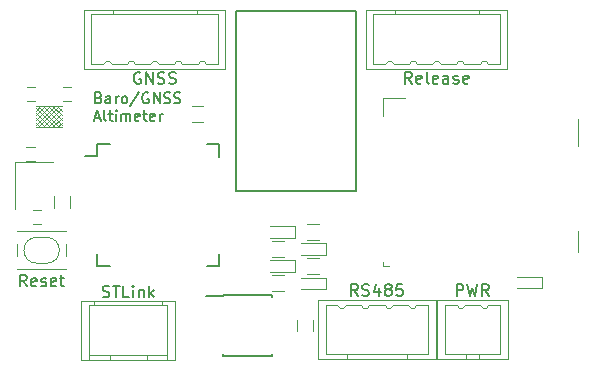
<source format=gto>
G04 #@! TF.GenerationSoftware,KiCad,Pcbnew,(5.0.0)*
G04 #@! TF.CreationDate,2018-08-29T03:19:58+09:00*
G04 #@! TF.ProjectId,Altimeter,416C74696D657465722E6B696361645F,rev?*
G04 #@! TF.SameCoordinates,Original*
G04 #@! TF.FileFunction,Legend,Top*
G04 #@! TF.FilePolarity,Positive*
%FSLAX46Y46*%
G04 Gerber Fmt 4.6, Leading zero omitted, Abs format (unit mm)*
G04 Created by KiCad (PCBNEW (5.0.0)) date 08/29/18 03:19:58*
%MOMM*%
%LPD*%
G01*
G04 APERTURE LIST*
%ADD10C,0.150000*%
%ADD11C,0.100000*%
%ADD12C,0.120000*%
%ADD13C,0.050000*%
G04 APERTURE END LIST*
D10*
X133339785Y-77659214D02*
X133468357Y-77702071D01*
X133511214Y-77744928D01*
X133554071Y-77830642D01*
X133554071Y-77959214D01*
X133511214Y-78044928D01*
X133468357Y-78087785D01*
X133382642Y-78130642D01*
X133039785Y-78130642D01*
X133039785Y-77230642D01*
X133339785Y-77230642D01*
X133425500Y-77273500D01*
X133468357Y-77316357D01*
X133511214Y-77402071D01*
X133511214Y-77487785D01*
X133468357Y-77573500D01*
X133425500Y-77616357D01*
X133339785Y-77659214D01*
X133039785Y-77659214D01*
X134325500Y-78130642D02*
X134325500Y-77659214D01*
X134282642Y-77573500D01*
X134196928Y-77530642D01*
X134025500Y-77530642D01*
X133939785Y-77573500D01*
X134325500Y-78087785D02*
X134239785Y-78130642D01*
X134025500Y-78130642D01*
X133939785Y-78087785D01*
X133896928Y-78002071D01*
X133896928Y-77916357D01*
X133939785Y-77830642D01*
X134025500Y-77787785D01*
X134239785Y-77787785D01*
X134325500Y-77744928D01*
X134754071Y-78130642D02*
X134754071Y-77530642D01*
X134754071Y-77702071D02*
X134796928Y-77616357D01*
X134839785Y-77573500D01*
X134925500Y-77530642D01*
X135011214Y-77530642D01*
X135439785Y-78130642D02*
X135354071Y-78087785D01*
X135311214Y-78044928D01*
X135268357Y-77959214D01*
X135268357Y-77702071D01*
X135311214Y-77616357D01*
X135354071Y-77573500D01*
X135439785Y-77530642D01*
X135568357Y-77530642D01*
X135654071Y-77573500D01*
X135696928Y-77616357D01*
X135739785Y-77702071D01*
X135739785Y-77959214D01*
X135696928Y-78044928D01*
X135654071Y-78087785D01*
X135568357Y-78130642D01*
X135439785Y-78130642D01*
X136768357Y-77187785D02*
X135996928Y-78344928D01*
X137539785Y-77273500D02*
X137454071Y-77230642D01*
X137325500Y-77230642D01*
X137196928Y-77273500D01*
X137111214Y-77359214D01*
X137068357Y-77444928D01*
X137025500Y-77616357D01*
X137025500Y-77744928D01*
X137068357Y-77916357D01*
X137111214Y-78002071D01*
X137196928Y-78087785D01*
X137325500Y-78130642D01*
X137411214Y-78130642D01*
X137539785Y-78087785D01*
X137582642Y-78044928D01*
X137582642Y-77744928D01*
X137411214Y-77744928D01*
X137968357Y-78130642D02*
X137968357Y-77230642D01*
X138482642Y-78130642D01*
X138482642Y-77230642D01*
X138868357Y-78087785D02*
X138996928Y-78130642D01*
X139211214Y-78130642D01*
X139296928Y-78087785D01*
X139339785Y-78044928D01*
X139382642Y-77959214D01*
X139382642Y-77873500D01*
X139339785Y-77787785D01*
X139296928Y-77744928D01*
X139211214Y-77702071D01*
X139039785Y-77659214D01*
X138954071Y-77616357D01*
X138911214Y-77573500D01*
X138868357Y-77487785D01*
X138868357Y-77402071D01*
X138911214Y-77316357D01*
X138954071Y-77273500D01*
X139039785Y-77230642D01*
X139254071Y-77230642D01*
X139382642Y-77273500D01*
X139725500Y-78087785D02*
X139854071Y-78130642D01*
X140068357Y-78130642D01*
X140154071Y-78087785D01*
X140196928Y-78044928D01*
X140239785Y-77959214D01*
X140239785Y-77873500D01*
X140196928Y-77787785D01*
X140154071Y-77744928D01*
X140068357Y-77702071D01*
X139896928Y-77659214D01*
X139811214Y-77616357D01*
X139768357Y-77573500D01*
X139725500Y-77487785D01*
X139725500Y-77402071D01*
X139768357Y-77316357D01*
X139811214Y-77273500D01*
X139896928Y-77230642D01*
X140111214Y-77230642D01*
X140239785Y-77273500D01*
X132996928Y-79373500D02*
X133425500Y-79373500D01*
X132911214Y-79630642D02*
X133211214Y-78730642D01*
X133511214Y-79630642D01*
X133939785Y-79630642D02*
X133854071Y-79587785D01*
X133811214Y-79502071D01*
X133811214Y-78730642D01*
X134154071Y-79030642D02*
X134496928Y-79030642D01*
X134282642Y-78730642D02*
X134282642Y-79502071D01*
X134325500Y-79587785D01*
X134411214Y-79630642D01*
X134496928Y-79630642D01*
X134796928Y-79630642D02*
X134796928Y-79030642D01*
X134796928Y-78730642D02*
X134754071Y-78773500D01*
X134796928Y-78816357D01*
X134839785Y-78773500D01*
X134796928Y-78730642D01*
X134796928Y-78816357D01*
X135225500Y-79630642D02*
X135225500Y-79030642D01*
X135225500Y-79116357D02*
X135268357Y-79073500D01*
X135354071Y-79030642D01*
X135482642Y-79030642D01*
X135568357Y-79073500D01*
X135611214Y-79159214D01*
X135611214Y-79630642D01*
X135611214Y-79159214D02*
X135654071Y-79073500D01*
X135739785Y-79030642D01*
X135868357Y-79030642D01*
X135954071Y-79073500D01*
X135996928Y-79159214D01*
X135996928Y-79630642D01*
X136768357Y-79587785D02*
X136682642Y-79630642D01*
X136511214Y-79630642D01*
X136425500Y-79587785D01*
X136382642Y-79502071D01*
X136382642Y-79159214D01*
X136425500Y-79073500D01*
X136511214Y-79030642D01*
X136682642Y-79030642D01*
X136768357Y-79073500D01*
X136811214Y-79159214D01*
X136811214Y-79244928D01*
X136382642Y-79330642D01*
X137068357Y-79030642D02*
X137411214Y-79030642D01*
X137196928Y-78730642D02*
X137196928Y-79502071D01*
X137239785Y-79587785D01*
X137325500Y-79630642D01*
X137411214Y-79630642D01*
X138054071Y-79587785D02*
X137968357Y-79630642D01*
X137796928Y-79630642D01*
X137711214Y-79587785D01*
X137668357Y-79502071D01*
X137668357Y-79159214D01*
X137711214Y-79073500D01*
X137796928Y-79030642D01*
X137968357Y-79030642D01*
X138054071Y-79073500D01*
X138096928Y-79159214D01*
X138096928Y-79244928D01*
X137668357Y-79330642D01*
X138482642Y-79630642D02*
X138482642Y-79030642D01*
X138482642Y-79202071D02*
X138525500Y-79116357D01*
X138568357Y-79073500D01*
X138654071Y-79030642D01*
X138739785Y-79030642D01*
X127222704Y-93645180D02*
X126889371Y-93168990D01*
X126651276Y-93645180D02*
X126651276Y-92645180D01*
X127032228Y-92645180D01*
X127127466Y-92692800D01*
X127175085Y-92740419D01*
X127222704Y-92835657D01*
X127222704Y-92978514D01*
X127175085Y-93073752D01*
X127127466Y-93121371D01*
X127032228Y-93168990D01*
X126651276Y-93168990D01*
X128032228Y-93597561D02*
X127936990Y-93645180D01*
X127746514Y-93645180D01*
X127651276Y-93597561D01*
X127603657Y-93502323D01*
X127603657Y-93121371D01*
X127651276Y-93026133D01*
X127746514Y-92978514D01*
X127936990Y-92978514D01*
X128032228Y-93026133D01*
X128079847Y-93121371D01*
X128079847Y-93216609D01*
X127603657Y-93311847D01*
X128460800Y-93597561D02*
X128556038Y-93645180D01*
X128746514Y-93645180D01*
X128841752Y-93597561D01*
X128889371Y-93502323D01*
X128889371Y-93454704D01*
X128841752Y-93359466D01*
X128746514Y-93311847D01*
X128603657Y-93311847D01*
X128508419Y-93264228D01*
X128460800Y-93168990D01*
X128460800Y-93121371D01*
X128508419Y-93026133D01*
X128603657Y-92978514D01*
X128746514Y-92978514D01*
X128841752Y-93026133D01*
X129698895Y-93597561D02*
X129603657Y-93645180D01*
X129413180Y-93645180D01*
X129317942Y-93597561D01*
X129270323Y-93502323D01*
X129270323Y-93121371D01*
X129317942Y-93026133D01*
X129413180Y-92978514D01*
X129603657Y-92978514D01*
X129698895Y-93026133D01*
X129746514Y-93121371D01*
X129746514Y-93216609D01*
X129270323Y-93311847D01*
X130032228Y-92978514D02*
X130413180Y-92978514D01*
X130175085Y-92645180D02*
X130175085Y-93502323D01*
X130222704Y-93597561D01*
X130317942Y-93645180D01*
X130413180Y-93645180D01*
X159842761Y-76474780D02*
X159509428Y-75998590D01*
X159271333Y-76474780D02*
X159271333Y-75474780D01*
X159652285Y-75474780D01*
X159747523Y-75522400D01*
X159795142Y-75570019D01*
X159842761Y-75665257D01*
X159842761Y-75808114D01*
X159795142Y-75903352D01*
X159747523Y-75950971D01*
X159652285Y-75998590D01*
X159271333Y-75998590D01*
X160652285Y-76427161D02*
X160557047Y-76474780D01*
X160366571Y-76474780D01*
X160271333Y-76427161D01*
X160223714Y-76331923D01*
X160223714Y-75950971D01*
X160271333Y-75855733D01*
X160366571Y-75808114D01*
X160557047Y-75808114D01*
X160652285Y-75855733D01*
X160699904Y-75950971D01*
X160699904Y-76046209D01*
X160223714Y-76141447D01*
X161271333Y-76474780D02*
X161176095Y-76427161D01*
X161128476Y-76331923D01*
X161128476Y-75474780D01*
X162033238Y-76427161D02*
X161938000Y-76474780D01*
X161747523Y-76474780D01*
X161652285Y-76427161D01*
X161604666Y-76331923D01*
X161604666Y-75950971D01*
X161652285Y-75855733D01*
X161747523Y-75808114D01*
X161938000Y-75808114D01*
X162033238Y-75855733D01*
X162080857Y-75950971D01*
X162080857Y-76046209D01*
X161604666Y-76141447D01*
X162938000Y-76474780D02*
X162938000Y-75950971D01*
X162890380Y-75855733D01*
X162795142Y-75808114D01*
X162604666Y-75808114D01*
X162509428Y-75855733D01*
X162938000Y-76427161D02*
X162842761Y-76474780D01*
X162604666Y-76474780D01*
X162509428Y-76427161D01*
X162461809Y-76331923D01*
X162461809Y-76236685D01*
X162509428Y-76141447D01*
X162604666Y-76093828D01*
X162842761Y-76093828D01*
X162938000Y-76046209D01*
X163366571Y-76427161D02*
X163461809Y-76474780D01*
X163652285Y-76474780D01*
X163747523Y-76427161D01*
X163795142Y-76331923D01*
X163795142Y-76284304D01*
X163747523Y-76189066D01*
X163652285Y-76141447D01*
X163509428Y-76141447D01*
X163414190Y-76093828D01*
X163366571Y-75998590D01*
X163366571Y-75950971D01*
X163414190Y-75855733D01*
X163509428Y-75808114D01*
X163652285Y-75808114D01*
X163747523Y-75855733D01*
X164604666Y-76427161D02*
X164509428Y-76474780D01*
X164318952Y-76474780D01*
X164223714Y-76427161D01*
X164176095Y-76331923D01*
X164176095Y-75950971D01*
X164223714Y-75855733D01*
X164318952Y-75808114D01*
X164509428Y-75808114D01*
X164604666Y-75855733D01*
X164652285Y-75950971D01*
X164652285Y-76046209D01*
X164176095Y-76141447D01*
X163627266Y-94457980D02*
X163627266Y-93457980D01*
X164008219Y-93457980D01*
X164103457Y-93505600D01*
X164151076Y-93553219D01*
X164198695Y-93648457D01*
X164198695Y-93791314D01*
X164151076Y-93886552D01*
X164103457Y-93934171D01*
X164008219Y-93981790D01*
X163627266Y-93981790D01*
X164532028Y-93457980D02*
X164770123Y-94457980D01*
X164960600Y-93743695D01*
X165151076Y-94457980D01*
X165389171Y-93457980D01*
X166341552Y-94457980D02*
X166008219Y-93981790D01*
X165770123Y-94457980D02*
X165770123Y-93457980D01*
X166151076Y-93457980D01*
X166246314Y-93505600D01*
X166293933Y-93553219D01*
X166341552Y-93648457D01*
X166341552Y-93791314D01*
X166293933Y-93886552D01*
X166246314Y-93934171D01*
X166151076Y-93981790D01*
X165770123Y-93981790D01*
X133660133Y-94537361D02*
X133802990Y-94584980D01*
X134041085Y-94584980D01*
X134136323Y-94537361D01*
X134183942Y-94489742D01*
X134231561Y-94394504D01*
X134231561Y-94299266D01*
X134183942Y-94204028D01*
X134136323Y-94156409D01*
X134041085Y-94108790D01*
X133850609Y-94061171D01*
X133755371Y-94013552D01*
X133707752Y-93965933D01*
X133660133Y-93870695D01*
X133660133Y-93775457D01*
X133707752Y-93680219D01*
X133755371Y-93632600D01*
X133850609Y-93584980D01*
X134088704Y-93584980D01*
X134231561Y-93632600D01*
X134517276Y-93584980D02*
X135088704Y-93584980D01*
X134802990Y-94584980D02*
X134802990Y-93584980D01*
X135898228Y-94584980D02*
X135422038Y-94584980D01*
X135422038Y-93584980D01*
X136231561Y-94584980D02*
X136231561Y-93918314D01*
X136231561Y-93584980D02*
X136183942Y-93632600D01*
X136231561Y-93680219D01*
X136279180Y-93632600D01*
X136231561Y-93584980D01*
X136231561Y-93680219D01*
X136707752Y-93918314D02*
X136707752Y-94584980D01*
X136707752Y-94013552D02*
X136755371Y-93965933D01*
X136850609Y-93918314D01*
X136993466Y-93918314D01*
X137088704Y-93965933D01*
X137136323Y-94061171D01*
X137136323Y-94584980D01*
X137612514Y-94584980D02*
X137612514Y-93584980D01*
X137707752Y-94204028D02*
X137993466Y-94584980D01*
X137993466Y-93918314D02*
X137612514Y-94299266D01*
X155262761Y-94457980D02*
X154929428Y-93981790D01*
X154691333Y-94457980D02*
X154691333Y-93457980D01*
X155072285Y-93457980D01*
X155167523Y-93505600D01*
X155215142Y-93553219D01*
X155262761Y-93648457D01*
X155262761Y-93791314D01*
X155215142Y-93886552D01*
X155167523Y-93934171D01*
X155072285Y-93981790D01*
X154691333Y-93981790D01*
X155643714Y-94410361D02*
X155786571Y-94457980D01*
X156024666Y-94457980D01*
X156119904Y-94410361D01*
X156167523Y-94362742D01*
X156215142Y-94267504D01*
X156215142Y-94172266D01*
X156167523Y-94077028D01*
X156119904Y-94029409D01*
X156024666Y-93981790D01*
X155834190Y-93934171D01*
X155738952Y-93886552D01*
X155691333Y-93838933D01*
X155643714Y-93743695D01*
X155643714Y-93648457D01*
X155691333Y-93553219D01*
X155738952Y-93505600D01*
X155834190Y-93457980D01*
X156072285Y-93457980D01*
X156215142Y-93505600D01*
X157072285Y-93791314D02*
X157072285Y-94457980D01*
X156834190Y-93410361D02*
X156596095Y-94124647D01*
X157215142Y-94124647D01*
X157738952Y-93886552D02*
X157643714Y-93838933D01*
X157596095Y-93791314D01*
X157548476Y-93696076D01*
X157548476Y-93648457D01*
X157596095Y-93553219D01*
X157643714Y-93505600D01*
X157738952Y-93457980D01*
X157929428Y-93457980D01*
X158024666Y-93505600D01*
X158072285Y-93553219D01*
X158119904Y-93648457D01*
X158119904Y-93696076D01*
X158072285Y-93791314D01*
X158024666Y-93838933D01*
X157929428Y-93886552D01*
X157738952Y-93886552D01*
X157643714Y-93934171D01*
X157596095Y-93981790D01*
X157548476Y-94077028D01*
X157548476Y-94267504D01*
X157596095Y-94362742D01*
X157643714Y-94410361D01*
X157738952Y-94457980D01*
X157929428Y-94457980D01*
X158024666Y-94410361D01*
X158072285Y-94362742D01*
X158119904Y-94267504D01*
X158119904Y-94077028D01*
X158072285Y-93981790D01*
X158024666Y-93934171D01*
X157929428Y-93886552D01*
X159024666Y-93457980D02*
X158548476Y-93457980D01*
X158500857Y-93934171D01*
X158548476Y-93886552D01*
X158643714Y-93838933D01*
X158881809Y-93838933D01*
X158977047Y-93886552D01*
X159024666Y-93934171D01*
X159072285Y-94029409D01*
X159072285Y-94267504D01*
X159024666Y-94362742D01*
X158977047Y-94410361D01*
X158881809Y-94457980D01*
X158643714Y-94457980D01*
X158548476Y-94410361D01*
X158500857Y-94362742D01*
X136847714Y-75547800D02*
X136752476Y-75500180D01*
X136609619Y-75500180D01*
X136466761Y-75547800D01*
X136371523Y-75643038D01*
X136323904Y-75738276D01*
X136276285Y-75928752D01*
X136276285Y-76071609D01*
X136323904Y-76262085D01*
X136371523Y-76357323D01*
X136466761Y-76452561D01*
X136609619Y-76500180D01*
X136704857Y-76500180D01*
X136847714Y-76452561D01*
X136895333Y-76404942D01*
X136895333Y-76071609D01*
X136704857Y-76071609D01*
X137323904Y-76500180D02*
X137323904Y-75500180D01*
X137895333Y-76500180D01*
X137895333Y-75500180D01*
X138323904Y-76452561D02*
X138466761Y-76500180D01*
X138704857Y-76500180D01*
X138800095Y-76452561D01*
X138847714Y-76404942D01*
X138895333Y-76309704D01*
X138895333Y-76214466D01*
X138847714Y-76119228D01*
X138800095Y-76071609D01*
X138704857Y-76023990D01*
X138514380Y-75976371D01*
X138419142Y-75928752D01*
X138371523Y-75881133D01*
X138323904Y-75785895D01*
X138323904Y-75690657D01*
X138371523Y-75595419D01*
X138419142Y-75547800D01*
X138514380Y-75500180D01*
X138752476Y-75500180D01*
X138895333Y-75547800D01*
X139276285Y-76452561D02*
X139419142Y-76500180D01*
X139657238Y-76500180D01*
X139752476Y-76452561D01*
X139800095Y-76404942D01*
X139847714Y-76309704D01*
X139847714Y-76214466D01*
X139800095Y-76119228D01*
X139752476Y-76071609D01*
X139657238Y-76023990D01*
X139466761Y-75976371D01*
X139371523Y-75928752D01*
X139323904Y-75881133D01*
X139276285Y-75785895D01*
X139276285Y-75690657D01*
X139323904Y-75595419D01*
X139371523Y-75547800D01*
X139466761Y-75500180D01*
X139704857Y-75500180D01*
X139847714Y-75547800D01*
G04 #@! TO.C,U2*
X155080000Y-85585500D02*
X144920000Y-85585500D01*
X144920000Y-85585500D02*
X144920000Y-70345500D01*
X144920000Y-70345500D02*
X155080000Y-70345500D01*
X155080000Y-70345500D02*
X155080000Y-85585500D01*
D11*
G04 #@! TO.C,J2*
X138726800Y-95249000D02*
X138726800Y-94849000D01*
X132926800Y-95249000D02*
X132926800Y-94849000D01*
X132526800Y-95249000D02*
X139126800Y-95249000D01*
X131826800Y-94849000D02*
X139826800Y-94849000D01*
X131826800Y-99849000D02*
X131826800Y-94849000D01*
X131826800Y-99849000D02*
X139826800Y-99849000D01*
X139826800Y-99849000D02*
X139826800Y-94849000D01*
X132526800Y-95249000D02*
X132526800Y-99849000D01*
X139126800Y-99849000D02*
X139126800Y-95249000D01*
X132526800Y-99449000D02*
X139126800Y-99449000D01*
X137376800Y-99449000D02*
X137376800Y-99849000D01*
X134276800Y-99449000D02*
X134276800Y-99849000D01*
D12*
G04 #@! TO.C,R13*
X151442000Y-96452000D02*
X151442000Y-97452000D01*
X150082000Y-97452000D02*
X150082000Y-96452000D01*
G04 #@! TO.C,C11*
X127209800Y-81848600D02*
X127909800Y-81848600D01*
X127909800Y-83048600D02*
X127209800Y-83048600D01*
G04 #@! TO.C,C12*
X127741800Y-87182600D02*
X128441800Y-87182600D01*
X128441800Y-88382600D02*
X127741800Y-88382600D01*
G04 #@! TO.C,C13*
X130981801Y-77968600D02*
X130281801Y-77968600D01*
X130281801Y-76768600D02*
X130981801Y-76768600D01*
G04 #@! TO.C,C14*
X127921800Y-77968600D02*
X127221800Y-77968600D01*
X127221800Y-76768600D02*
X127921800Y-76768600D01*
G04 #@! TO.C,D1*
X170870400Y-93819600D02*
X168770400Y-93819600D01*
X170870400Y-92819600D02*
X168770400Y-92819600D01*
X170870400Y-93819600D02*
X170870400Y-92819600D01*
G04 #@! TO.C,D2*
X152570000Y-93896000D02*
X152570000Y-92896000D01*
X152570000Y-92896000D02*
X150470000Y-92896000D01*
X152570000Y-93896000D02*
X150470000Y-93896000D01*
G04 #@! TO.C,D3*
X149966500Y-92435500D02*
X147866500Y-92435500D01*
X149966500Y-91435500D02*
X147866500Y-91435500D01*
X149966500Y-92435500D02*
X149966500Y-91435500D01*
G04 #@! TO.C,D4*
X152570000Y-90975000D02*
X150470000Y-90975000D01*
X152570000Y-89975000D02*
X150470000Y-89975000D01*
X152570000Y-90975000D02*
X152570000Y-89975000D01*
G04 #@! TO.C,D5*
X149966500Y-89514500D02*
X149966500Y-88514500D01*
X149966500Y-88514500D02*
X147866500Y-88514500D01*
X149966500Y-89514500D02*
X147866500Y-89514500D01*
D11*
G04 #@! TO.C,J1*
X164426600Y-99412500D02*
X164426600Y-99812500D01*
X165526600Y-99812500D02*
X165526600Y-99412500D01*
X165626600Y-95212500D02*
X165826600Y-95462500D01*
X165826600Y-95462500D02*
X166126600Y-95462500D01*
X166126600Y-95462500D02*
X166326600Y-95212500D01*
X163626600Y-95212500D02*
X163826600Y-95462500D01*
X163826600Y-95462500D02*
X164126600Y-95462500D01*
X164126600Y-95462500D02*
X164326600Y-95212500D01*
X167326600Y-95212500D02*
X166326600Y-95212500D01*
X165626600Y-95212500D02*
X164326600Y-95212500D01*
X163626600Y-95212500D02*
X162626600Y-95212500D01*
X162626600Y-99412500D02*
X167326600Y-99412500D01*
X167326600Y-99412500D02*
X167326600Y-95212500D01*
X162626600Y-95212500D02*
X162626600Y-99412500D01*
X167976600Y-99812500D02*
X167976600Y-94812500D01*
X161976600Y-99812500D02*
X167976600Y-99812500D01*
X161976600Y-99812500D02*
X161976600Y-94812500D01*
X161976600Y-94812500D02*
X167976600Y-94812500D01*
G04 #@! TO.C,J4*
X140412500Y-74815500D02*
X141712500Y-74815500D01*
X141912500Y-74565500D02*
X141712500Y-74815500D01*
X142412500Y-74815500D02*
X142212500Y-74565500D01*
X142212500Y-74565500D02*
X141912500Y-74565500D01*
X140412500Y-74815500D02*
X140212500Y-74565500D01*
X140212500Y-74565500D02*
X139912500Y-74565500D01*
X139912500Y-74565500D02*
X139712500Y-74815500D01*
X138412500Y-74815500D02*
X139712500Y-74815500D01*
X137912500Y-74565500D02*
X137712500Y-74815500D01*
X136412500Y-74815500D02*
X137712500Y-74815500D01*
X138212500Y-74565500D02*
X137912500Y-74565500D01*
X138412500Y-74815500D02*
X138212500Y-74565500D01*
X144062500Y-75215500D02*
X132062500Y-75215500D01*
X144062500Y-70215500D02*
X144062500Y-75215500D01*
X144062500Y-70215500D02*
X132062500Y-70215500D01*
X132062500Y-70215500D02*
X132062500Y-75215500D01*
X143412500Y-74815500D02*
X143412500Y-70615500D01*
X132712500Y-70615500D02*
X132712500Y-74815500D01*
X143412500Y-70615500D02*
X132712500Y-70615500D01*
X142412500Y-74815500D02*
X143412500Y-74815500D01*
X134412500Y-74815500D02*
X135712500Y-74815500D01*
X132712500Y-74815500D02*
X133712500Y-74815500D01*
X135912500Y-74565500D02*
X135712500Y-74815500D01*
X136212500Y-74565500D02*
X135912500Y-74565500D01*
X136412500Y-74815500D02*
X136212500Y-74565500D01*
X133912500Y-74565500D02*
X133712500Y-74815500D01*
X134212500Y-74565500D02*
X133912500Y-74565500D01*
X134412500Y-74815500D02*
X134212500Y-74565500D01*
X134512500Y-70615500D02*
X134512500Y-70215500D01*
X141612500Y-70615500D02*
X141612500Y-70215500D01*
G04 #@! TO.C,J5*
X154330600Y-99412500D02*
X154330600Y-99812500D01*
X159430600Y-99412500D02*
X159430600Y-99812500D01*
X159530600Y-95212500D02*
X159730600Y-95462500D01*
X159730600Y-95462500D02*
X160030600Y-95462500D01*
X160030600Y-95462500D02*
X160230600Y-95212500D01*
X157530600Y-95212500D02*
X157730600Y-95462500D01*
X157730600Y-95462500D02*
X158030600Y-95462500D01*
X158030600Y-95462500D02*
X158230600Y-95212500D01*
X161230600Y-95212500D02*
X160230600Y-95212500D01*
X159530600Y-95212500D02*
X158230600Y-95212500D01*
X153530600Y-95212500D02*
X152530600Y-95212500D01*
X152530600Y-99412500D02*
X161230600Y-99412500D01*
X161230600Y-99412500D02*
X161230600Y-95212500D01*
X152530600Y-95212500D02*
X152530600Y-99412500D01*
X161880600Y-99812500D02*
X161880600Y-94812500D01*
X151880600Y-99812500D02*
X161880600Y-99812500D01*
X151880600Y-99812500D02*
X151880600Y-94812500D01*
X151880600Y-94812500D02*
X161880600Y-94812500D01*
X155530600Y-95212500D02*
X155730600Y-95462500D01*
X155730600Y-95462500D02*
X156030600Y-95462500D01*
X157530600Y-95212500D02*
X156230600Y-95212500D01*
X156030600Y-95462500D02*
X156230600Y-95212500D01*
X155530600Y-95212500D02*
X154230600Y-95212500D01*
X154030600Y-95462500D02*
X154230600Y-95212500D01*
X153730600Y-95462500D02*
X154030600Y-95462500D01*
X153530600Y-95212500D02*
X153730600Y-95462500D01*
D12*
G04 #@! TO.C,R2*
X147976000Y-92716000D02*
X148976000Y-92716000D01*
X148976000Y-94076000D02*
X147976000Y-94076000D01*
G04 #@! TO.C,R3*
X151960500Y-92615500D02*
X150960500Y-92615500D01*
X150960500Y-91255500D02*
X151960500Y-91255500D01*
G04 #@! TO.C,R4*
X147976000Y-89795000D02*
X148976000Y-89795000D01*
X148976000Y-91155000D02*
X147976000Y-91155000D01*
G04 #@! TO.C,R5*
X151960500Y-89694500D02*
X150960500Y-89694500D01*
X150960500Y-88334500D02*
X151960500Y-88334500D01*
G04 #@! TO.C,R6*
X130918800Y-86012600D02*
X130918800Y-87012600D01*
X129558800Y-87012600D02*
X129558800Y-86012600D01*
G04 #@! TO.C,R12*
X142193500Y-79725000D02*
X141193500Y-79725000D01*
X141193500Y-78365000D02*
X142193500Y-78365000D01*
D11*
G04 #@! TO.C,SW1*
X130598600Y-91089100D02*
X130598600Y-90089100D01*
X126398600Y-91089100D02*
X126398600Y-90089100D01*
X128898600Y-89489100D02*
X128098600Y-89489100D01*
X128098600Y-91689100D02*
X128898600Y-91689100D01*
X128898600Y-89489100D02*
G75*
G02X128898600Y-91689100I0J-1100000D01*
G01*
X128098600Y-91689100D02*
G75*
G02X128098600Y-89489100I0J1100000D01*
G01*
X130598600Y-88989100D02*
X126398600Y-88989100D01*
X126398600Y-92189100D02*
X130598600Y-92189100D01*
D10*
G04 #@! TO.C,U1*
X133191800Y-82591600D02*
X132166800Y-82591600D01*
X143541800Y-81591600D02*
X142466800Y-81591600D01*
X143541800Y-91941600D02*
X142466800Y-91941600D01*
X133191800Y-91941600D02*
X134266800Y-91941600D01*
X133191800Y-81591600D02*
X134266800Y-81591600D01*
X133191800Y-91941600D02*
X133191800Y-90866600D01*
X143541800Y-91941600D02*
X143541800Y-90866600D01*
X143541800Y-81591600D02*
X143541800Y-82666600D01*
X133191800Y-81591600D02*
X133191800Y-82591600D01*
G04 #@! TO.C,U3*
X143810200Y-94427000D02*
X142410200Y-94427000D01*
X143810200Y-99527000D02*
X147960200Y-99527000D01*
X143810200Y-94377000D02*
X147960200Y-94377000D01*
X143810200Y-99527000D02*
X143810200Y-99382000D01*
X147960200Y-99527000D02*
X147960200Y-99382000D01*
X147960200Y-94377000D02*
X147960200Y-94522000D01*
X143810200Y-94377000D02*
X143810200Y-94427000D01*
D12*
G04 #@! TO.C,Y1*
X126225800Y-83115600D02*
X126225800Y-87115600D01*
X129425800Y-83115600D02*
X126225800Y-83115600D01*
D13*
G04 #@! TO.C,Y2*
X130195800Y-79173600D02*
X129395800Y-78373600D01*
X130195800Y-79573600D02*
X128995800Y-78373600D01*
X130195800Y-78773600D02*
X129795800Y-78373600D01*
X129195800Y-80173600D02*
X127995800Y-78973600D01*
X128395800Y-80173600D02*
X127995800Y-79773600D01*
X128795800Y-80173600D02*
X127995800Y-79373600D01*
X130195800Y-79973600D02*
X128595800Y-78373600D01*
X129995800Y-80173600D02*
X128195800Y-78373600D01*
X129595800Y-80173600D02*
X127995800Y-78573600D01*
X127995800Y-78773600D02*
X128395800Y-78373600D01*
X127995800Y-79173600D02*
X128795800Y-78373600D01*
X127995800Y-79573600D02*
X129195800Y-78373600D01*
X127995800Y-79973600D02*
X129595800Y-78373600D01*
X128195800Y-80173600D02*
X129995800Y-78373600D01*
X128995800Y-80173600D02*
X130195800Y-78973600D01*
X128595800Y-80173600D02*
X130195800Y-78573600D01*
X129395800Y-80173600D02*
X130195800Y-79373600D01*
X129795800Y-80173600D02*
X130195800Y-79773600D01*
D11*
X130195800Y-78373600D02*
X127995800Y-78373600D01*
X127995800Y-80173600D02*
X130195800Y-80173600D01*
D12*
G04 #@! TO.C,J3*
X173894600Y-90757000D02*
X173894600Y-88917000D01*
X173894600Y-79517000D02*
X173894600Y-81747000D01*
X157384600Y-91907000D02*
X157894600Y-91907000D01*
X157384600Y-91587000D02*
X157384600Y-91907000D01*
X157384600Y-77677000D02*
X159294600Y-77677000D01*
X157384600Y-79207000D02*
X157384600Y-77677000D01*
D11*
G04 #@! TO.C,J6*
X164287500Y-74815500D02*
X165587500Y-74815500D01*
X165787500Y-74565500D02*
X165587500Y-74815500D01*
X166287500Y-74815500D02*
X166087500Y-74565500D01*
X166087500Y-74565500D02*
X165787500Y-74565500D01*
X164287500Y-74815500D02*
X164087500Y-74565500D01*
X164087500Y-74565500D02*
X163787500Y-74565500D01*
X163787500Y-74565500D02*
X163587500Y-74815500D01*
X162287500Y-74815500D02*
X163587500Y-74815500D01*
X161787500Y-74565500D02*
X161587500Y-74815500D01*
X160287500Y-74815500D02*
X161587500Y-74815500D01*
X162087500Y-74565500D02*
X161787500Y-74565500D01*
X162287500Y-74815500D02*
X162087500Y-74565500D01*
X167937500Y-75215500D02*
X155937500Y-75215500D01*
X167937500Y-70215500D02*
X167937500Y-75215500D01*
X167937500Y-70215500D02*
X155937500Y-70215500D01*
X155937500Y-70215500D02*
X155937500Y-75215500D01*
X167287500Y-74815500D02*
X167287500Y-70615500D01*
X156587500Y-70615500D02*
X156587500Y-74815500D01*
X167287500Y-70615500D02*
X156587500Y-70615500D01*
X166287500Y-74815500D02*
X167287500Y-74815500D01*
X158287500Y-74815500D02*
X159587500Y-74815500D01*
X156587500Y-74815500D02*
X157587500Y-74815500D01*
X159787500Y-74565500D02*
X159587500Y-74815500D01*
X160087500Y-74565500D02*
X159787500Y-74565500D01*
X160287500Y-74815500D02*
X160087500Y-74565500D01*
X157787500Y-74565500D02*
X157587500Y-74815500D01*
X158087500Y-74565500D02*
X157787500Y-74565500D01*
X158287500Y-74815500D02*
X158087500Y-74565500D01*
X158387500Y-70615500D02*
X158387500Y-70215500D01*
X165487500Y-70615500D02*
X165487500Y-70215500D01*
G04 #@! TD*
M02*

</source>
